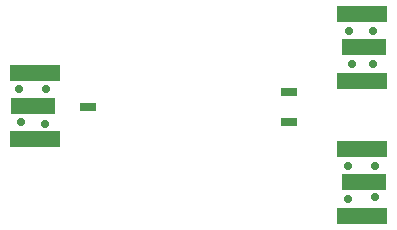
<source format=gbr>
G04 EAGLE Gerber RS-274X export*
G75*
%MOMM*%
%FSLAX34Y34*%
%LPD*%
%INSoldermask Top*%
%IPPOS*%
%AMOC8*
5,1,8,0,0,1.08239X$1,22.5*%
G01*
%ADD10R,1.397000X0.787400*%
%ADD11R,1.397000X0.762000*%
%ADD12R,3.727000X1.397000*%
%ADD13R,4.327000X1.477000*%
%ADD14C,0.731000*%


D10*
X617220Y431800D03*
D11*
X787400Y444500D03*
X787400Y419100D03*
D12*
X570230Y433070D03*
D13*
X572230Y461320D03*
X572230Y404820D03*
D12*
X850900Y482600D03*
D13*
X848900Y454350D03*
X848900Y510850D03*
D12*
X850900Y368300D03*
D13*
X848900Y340050D03*
X848900Y396550D03*
D14*
X560070Y419100D03*
X836930Y382270D03*
X840740Y468630D03*
X859790Y355600D03*
X859790Y382270D03*
X836930Y354330D03*
X858520Y496570D03*
X838200Y496570D03*
X858520Y468630D03*
X581660Y447040D03*
X580390Y417830D03*
X558800Y447040D03*
M02*

</source>
